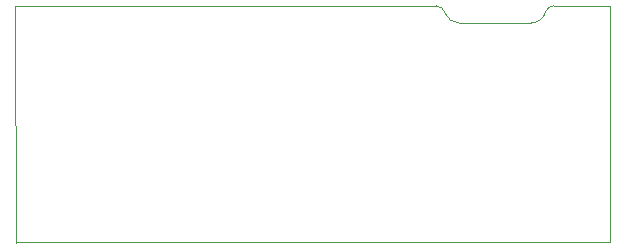
<source format=gbr>
%TF.GenerationSoftware,KiCad,Pcbnew,(5.1.6)-1*%
%TF.CreationDate,2021-03-22T01:22:11+02:00*%
%TF.ProjectId,Yu_9V_charger,59755f39-565f-4636-9861-726765722e6b,rev?*%
%TF.SameCoordinates,Original*%
%TF.FileFunction,Profile,NP*%
%FSLAX46Y46*%
G04 Gerber Fmt 4.6, Leading zero omitted, Abs format (unit mm)*
G04 Created by KiCad (PCBNEW (5.1.6)-1) date 2021-03-22 01:22:11*
%MOMM*%
%LPD*%
G01*
G04 APERTURE LIST*
%TA.AperFunction,Profile*%
%ADD10C,0.050000*%
%TD*%
G04 APERTURE END LIST*
D10*
X112770000Y-59850000D02*
X148380000Y-59830000D01*
X156459686Y-61290056D02*
X150330000Y-61290000D01*
X150320000Y-61290000D02*
G75*
G02*
X149179885Y-60490427I-10093J1198242D01*
G01*
X148389961Y-59833415D02*
G75*
G02*
X149180000Y-60480000I-39152J-853792D01*
G01*
X157670000Y-60380000D02*
G75*
G02*
X158397246Y-59844246I696938J-184573D01*
G01*
X157670000Y-60390000D02*
G75*
G02*
X156459686Y-61290056I-1170314J309944D01*
G01*
X163170000Y-59840000D02*
X158400000Y-59840000D01*
X112820000Y-79910000D02*
X112770000Y-59850000D01*
X163160000Y-79850000D02*
X112820000Y-79870000D01*
X163170000Y-59840000D02*
X163160000Y-79840000D01*
M02*

</source>
